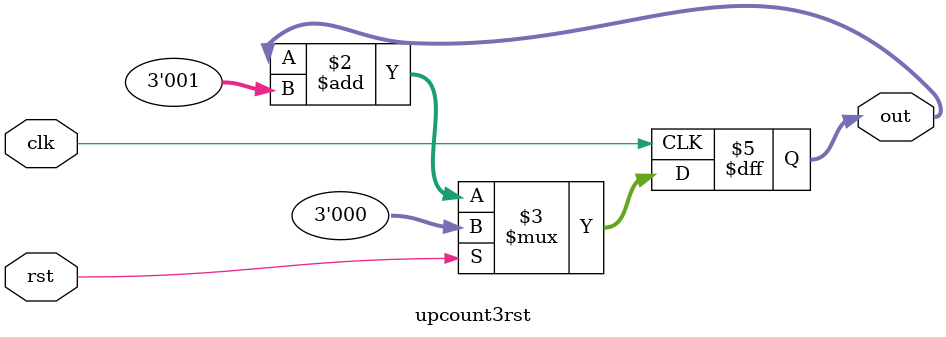
<source format=v>
module upcount3rst(clk,rst,out);
   input clk,rst;
   output reg [2:0] out = 3'b0;
   always @(posedge clk) out = rst ? 3'b0 : out+3'b1;
endmodule

</source>
